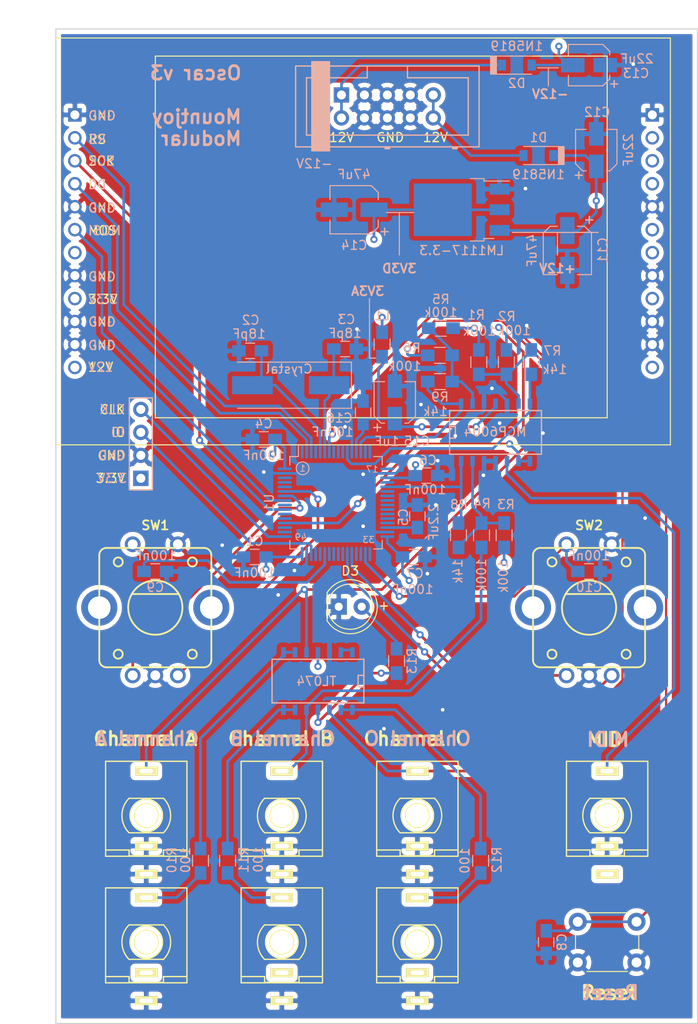
<source format=kicad_pcb>
(kicad_pcb (version 20211014) (generator pcbnew)
  (layers (0 "F.Cu" signal) (1 "In1.Cu" power "GND") (2 "In2.Cu" power "PWR") (31 "B.Cu" signal) (34 "B.Paste" user) (35 "F.Paste" user) (36 "B.SilkS" user "B.Silkscreen") (37 "F.SilkS" user "F.Silkscreen") (38 "B.Mask" user) (39 "F.Mask" user) (44 "Edge.Cuts" user))
  (net 0 "")
  (net 1 "+3V3")
  (net 2 "GND")
  (net 3 "Net-(C2-Pad1)")
  (net 4 "Net-(C3-Pad1)")
  (net 5 "Net-(C5-Pad1)")
  (net 6 "NRST")
  (net 7 "L_ENC_BTN")
  (net 8 "R_ENC_BTN")
  (net 9 "VCC")
  (net 10 "VEE")
  (net 11 "+3.3VA")
  (net 12 "+12V")
  (net 13 "-12V")
  (net 14 "SWCLK")
  (net 15 "SWDIO")
  (net 16 "Net-(J5-Pad2)")
  (net 17 "Net-(J6-Pad2)")
  (net 18 "Net-(J7-Pad2)")
  (net 19 "Net-(J8-Pad1)")
  (net 20 "Net-(R1-Pad1)")
  (net 21 "Net-(R3-Pad1)")
  (net 22 "Net-(R5-Pad1)")
  (net 23 "CH_A_IN")
  (net 24 "CH_B_IN")
  (net 25 "CH_C_IN")
  (net 26 "Net-(R10-Pad2)")
  (net 27 "Net-(R11-Pad2)")
  (net 28 "Net-(R12-Pad2)")
  (net 29 "L_ENC_UP")
  (net 30 "L_ENC_DN")
  (net 31 "R_ENC_DN")
  (net 32 "R_ENC_UP")
  (net 33 "Net-(U1-Pad1)")
  (net 34 "Net-(U1-Pad4)")
  (net 35 "LCD_DC")
  (net 36 "Net-(U1-Pad9)")
  (net 37 "Net-(U1-Pad10)")
  (net 38 "Net-(U1-Pad15)")
  (net 39 "Net-(U1-Pad16)")
  (net 40 "Net-(U1-Pad17)")
  (net 41 "Net-(U1-Pad20)")
  (net 42 "Net-(U1-Pad22)")
  (net 43 "Net-(U1-Pad24)")
  (net 44 "Net-(U1-Pad25)")
  (net 45 "LCD_RESET")
  (net 46 "Net-(U1-Pad27)")
  (net 47 "Net-(U1-Pad28)")
  (net 48 "Net-(U1-Pad29)")
  (net 49 "Net-(U1-Pad33)")
  (net 50 "Net-(U1-Pad35)")
  (net 51 "Net-(U1-Pad39)")
  (net 52 "Net-(U1-Pad40)")
  (net 53 "Net-(U1-Pad41)")
  (net 54 "Net-(U1-Pad42)")
  (net 55 "Net-(U1-Pad44)")
  (net 56 "Net-(U1-Pad50)")
  (net 57 "Net-(U1-Pad51)")
  (net 58 "MIDI_OUT")
  (net 59 "Net-(U1-Pad53)")
  (net 60 "Net-(U1-Pad54)")
  (net 61 "LCD_SCK")
  (net 62 "LCD_MOSI")
  (net 63 "Net-(U1-Pad60)")
  (net 64 "Net-(U1-Pad61)")
  (net 65 "Net-(U1-Pad62)")
  (net 66 "Net-(U2-Pad14)")
  (net 67 "Net-(U2-Pad12)")
  (net 68 "Net-(U1-Pad23)")
  (net 69 "Net-(U1-Pad56)")
  (net 70 "Net-(U1-Pad8)")
  (net 71 "Net-(U1-Pad26)")
  (net 72 "Net-(U4-Pad13)")
  (net 73 "/CHA_In")
  (net 74 "/CHB_In")
  (net 75 "/CHC_In")
  (net 76 "/CHA_Out")
  (net 77 "/CHB_Out")
  (net 78 "/CHC_Out")
  (net 79 "/MIDI_In")
  (net 80 "Net-(U1-Pad45)")
  (net 81 "Net-(U1-Pad36)")
  (net 82 "Net-(U2-Pad7)")
  (net 83 "Net-(U2-Pad19)")
  (net 84 "Net-(U2-Pad18)")
  (net 85 "Net-(U2-Pad16)")
  (net 86 "Net-(U2-Pad15)")
  (net 87 "Net-(U2-Pad21)")
  (net 88 "Net-(D3-Pad2)")
  (footprint "Custom_Footprints:THONKICONN_hole" (layer "F.Cu") (at 135 137)
    (fp_text reference "J2" hide)
    (fp_text value "ChannelA_In" hide)
  )
  (footprint "Custom_Footprints:THONKICONN_hole" (layer "F.Cu") (at 150 137)
    (fp_text reference "J3" hide)
    (fp_text value "ChannelB_In" hide)
  )
  (footprint "Custom_Footprints:THONKICONN_hole" (layer "F.Cu") (at 135 151)
    (fp_text reference "J5" hide)
    (fp_text value "ChA_Buff_Out" hide)
  )
  (footprint "Custom_Footprints:THONKICONN_hole" (layer "F.Cu") (at 150 151)
    (fp_text reference "J6" hide)
    (fp_text value "ChB_Buff_Out" hide)
  )
  (footprint "Custom_Footprints:THONKICONN_hole" (layer "F.Cu") (at 165 151)
    (fp_text reference "J7" hide)
    (fp_text value "ChC_Buff_Out" hide)
  )
  (footprint "Custom_Footprints:Encoder" (layer "F.Cu") (at 184 114)
    (fp_text reference "SW2")
    (fp_text value "Right_Encoder" hide)
  )
  (footprint "Custom_Footprints:Encoder" (layer "F.Cu") (at 136 114)
    (fp_text reference "SW1")
    (fp_text value "Left_Encoder" hide)
  )
  (footprint "Custom_Footprints:ILI9341_SPI_daughterboard" (layer "F.Cu") (at 127.1 59.5)
    (fp_text reference "U2" hide)
    (fp_text value "ILI9341_SPI_Daughterboard" hide)
  )
  (footprint "Custom_Footprints:THONKICONN_hole" (layer "F.Cu") (at 165 137)
    (fp_text reference "J4" hide)
    (fp_text value "ChannelC_In" hide)
  )
  (footprint "Custom_Footprints:THONKICONN_hole" (layer "F.Cu") (at 186 137)
    (fp_text reference "J8" hide)
    (fp_text value "MIDI_In" hide)
  )
  (footprint "Buttons_Switches_THT:SW_PUSH_6mm" (layer "F.Cu") (at 182.75 148.75)
    (fp_text reference "SW3" hide)
    (fp_text value "SW_Push")
  )
  (footprint "LEDs:LED_D5.0mm" (layer "F.Cu") (at 156.3 113.9)
    (fp_text reference "D3")
    (fp_text value "LED")
  )
  (footprint "Capacitors_SMD:C_0805_HandSoldering" (layer "B.Cu") (at 147 108.4 180)
    (fp_text reference "C1")
    (fp_text value "100nF")
  )
  (footprint "Capacitors_SMD:C_0805_HandSoldering" (layer "B.Cu") (at 146.5 85.6 180)
    (fp_text reference "C2")
    (fp_text value "18pF")
  )
  (footprint "Capacitors_SMD:C_0805_HandSoldering" (layer "B.Cu") (at 165 103.9 90)
    (fp_text reference "C5")
    (fp_text value "2.2uF")
  )
  (footprint "Capacitors_SMD:C_0805_HandSoldering" (layer "B.Cu") (at 166 99.4)
    (fp_text reference "C6")
    (fp_text value "100nF")
  )
  (footprint "Capacitors_SMD:C_0805_HandSoldering" (layer "B.Cu") (at 164.6 108.4)
    (fp_text reference "C7")
    (fp_text value "100nF")
  )
  (footprint "Capacitors_SMD:C_0805_HandSoldering" (layer "B.Cu") (at 136 110)
    (fp_text reference "C9")
    (fp_text value "100nF")
  )
  (footprint "Capacitors_SMD:C_0805_HandSoldering" (layer "B.Cu") (at 184 110)
    (fp_text reference "C10")
    (fp_text value "100nF")
  )
  (footprint "Capacitors_SMD:CP_Elec_5x5.8" (layer "B.Cu") (at 181.6 74.5 -90)
    (fp_text reference "C11")
    (fp_text value "47uF")
  )
  (footprint "Capacitors_SMD:CP_Elec_4x5.8" (layer "B.Cu") (at 184.8 63.4 90)
    (fp_text reference "C12")
    (fp_text value "22uF")
  )
  (footprint "Capacitors_SMD:CP_Elec_5x5.8" (layer "B.Cu") (at 158 70 180)
    (fp_text reference "C14")
    (fp_text value "47uF")
  )
  (footprint "Capacitors_SMD:C_0805_HandSoldering" (layer "B.Cu") (at 159 92.4 90)
    (fp_text reference "C16")
    (fp_text value "100nF")
  )
  (footprint "Diodes_SMD:D_SOD-123" (layer "B.Cu") (at 178.4 64 180)
    (fp_text reference "D1")
    (fp_text value "1N5819")
  )
  (footprint "Resistors_SMD:R_0805_HandSoldering" (layer "B.Cu") (at 171.8 86.85 90)
    (fp_text reference "R1")
    (fp_text value "100k")
  )
  (footprint "Resistors_SMD:R_0805_HandSoldering" (layer "B.Cu") (at 174.85 86.85 90)
    (fp_text reference "R2")
    (fp_text value "100k")
  )
  (footprint "Resistors_SMD:R_0805_HandSoldering" (layer "B.Cu") (at 174.6 106 -90)
    (fp_text reference "R3")
    (fp_text value "100k")
  )
  (footprint "Resistors_SMD:R_0805_HandSoldering" (layer "B.Cu") (at 172.1 106 -90)
    (fp_text reference "R4")
    (fp_text value "100k")
  )
  (footprint "Resistors_SMD:R_0805_HandSoldering" (layer "B.Cu") (at 167.6 83.1)
    (fp_text reference "R5")
    (fp_text value "100k")
  )
  (footprint "Resistors_SMD:R_0805_HandSoldering" (layer "B.Cu") (at 167.5 86.1 180)
    (fp_text reference "R6")
    (fp_text value "100k")
  )
  (footprint "Resistors_SMD:R_0805_HandSoldering" (layer "B.Cu") (at 169.55 106 -90)
    (fp_text reference "R8")
    (fp_text value "14k")
  )
  (footprint "Resistors_SMD:R_0805_HandSoldering" (layer "B.Cu") (at 167.5 89)
    (fp_text reference "R9")
    (fp_text value "14k")
  )
  (footprint "Resistors_SMD:R_0805_HandSoldering" (layer "B.Cu") (at 141 142 90)
    (fp_text reference "R10")
    (fp_text value "100")
  )
  (footprint "Resistors_SMD:R_0805_HandSoldering" (layer "B.Cu") (at 172 142 90)
    (fp_text reference "R12")
    (fp_text value "100")
  )
  (footprint "Package_QFP:LQFP-64_10x10mm_P0.5mm" (layer "B.Cu") (at 156 102.4 -90)
    (fp_text reference "U1")
    (fp_text value "STM32F446RETx")
  )
  (footprint "SMD_Packages:SOIC-14_N" (layer "B.Cu") (at 173.65 94.75)
    (fp_text reference "U3" hide)
    (fp_text value "MCP6004")
  )
  (footprint "SMD_Packages:SOIC-14_N" (layer "B.Cu") (at 154 122 180)
    (fp_text reference "U4" hide)
    (fp_text value "TL074")
  )
  (footprint "TO_SOT_Packages_SMD:TO-252-3_TabPin2" (layer "B.Cu") (at 169.9 70 180)
    (fp_text reference "U5" hide)
    (fp_text value "LM1117-3.3")
  )
  (footprint "Custom_Footprints:Crystal_SMD" (layer "B.Cu") (at 151 89.4 180)
    (fp_text reference "Y1" hide)
    (fp_text value "Crystal")
  )
  (footprint "Custom_Footprints:SWD_header" (layer "B.Cu") (at 134.4 99.7 90)
    (fp_text reference "J1" hide)
    (fp_text value "SWD_Header")
  )
  (footprint "Capacitors_SMD:CP_Elec_4x5.8" (layer "B.Cu") (at 162.5 91.3 90)
    (fp_text reference "C15")
    (fp_text value "1uF")
  )
  (footprint "Resistors_SMD:R_0805_HandSoldering" (layer "B.Cu") (at 161.1 84.9 90)
    (fp_text reference "L1")
    (fp_text value "L")
  )
  (footprint "Resistors_SMD:R_0805_HandSoldering" (layer "B.Cu") (at 177.6 86.85 90)
    (fp_text reference "R7")
    (fp_text value "14k")
  )
  (footprint "Diodes_SMD:D_SOD-123" (layer "B.Cu") (at 176 54)
    (fp_text reference "D2")
    (fp_text value "1N5819")
  )
  (footprint "Capacitors_SMD:CP_Elec_4x5.8" (layer "B.Cu") (at 184 54 180)
    (fp_text reference "C13")
    (fp_text value "22uF")
  )
  (footprint "Resistors_SMD:R_0805_HandSoldering" (layer "B.Cu") (at 144 142 90)
    (fp_text reference "R11")
    (fp_text value "100")
  )
  (footprint "Capacitors_SMD:C_0805_HandSoldering" (layer "B.Cu") (at 148 95.4 180)
    (fp_text reference "C4")
    (fp_text value "100nF")
  )
  (footprint "Capacitors_SMD:C_0805_HandSoldering" (layer "B.Cu") (at 157 85.4)
    (fp_text reference "C3")
    (fp_text value "18pF")
  )
  (footprint "Custom_Footprints:Eurorack_10_pin_header" (layer "B.Cu") (at 156.6 57.3)
    (fp_text reference "J9" hide)
    (fp_text value "Eurorack_10_pin_power")
  )
  (footprint "Capacitors_SMD:C_0805_HandSoldering" (layer "B.Cu") (at 179.25 151 90)
    (fp_text reference "C8")
    (fp_text value "100nF")
  )
  (footprint "Resistors_SMD:R_0805_HandSoldering" (layer "B.Cu") (at 162.7 119.9 90)
    (fp_text reference "R13")
    (fp_text value "680")
  )
  (gr_poly (pts (xy 181.25 63) (xy 181.25 65) (xy 180.6 65) (xy 180.6 63) (xy 181.2 63)) (layer "B.SilkS") (width 0.1) (fill solid))
  (gr_line (start 179.5 56.3) (end 179.5 54.3) (layer "B.SilkS") (width 0.12))
  (gr_line (start 159.7 79.8) (end 159.7 86.4) (layer "B.SilkS") (width 0.12))
  (gr_line (start 164.6 70.3) (end 161.6 70.3) (layer "B.SilkS") (width 0.12))
  (gr_line (start 180.5 75) (end 180.5 72.5) (layer "B.SilkS") (width 0.12))
  (gr_line (start 159.7 86.4) (end 160.4 86.4) (layer "B.SilkS") (width 0.12))
  (gr_line (start 180.6 54.3) (end 178.3 54.3) (layer "B.SilkS") (width 0.12))
  (gr_circle (center 152.3 98.592894) (end 151.8 99.092894) (layer "B.SilkS") (width 0.12) (fill none))
  (gr_line (start 180.5 72.5) (end 185 72.5) (layer "B.SilkS") (width 0.12))
  (gr_poly (pts (xy 173.75 53) (xy 173.75 55) (xy 173.1 55) (xy 173.1 53) (xy 173.85 53)) (layer "B.SilkS") (width 0.1) (fill solid))
  (gr_line (start 185 72.5) (end 175.5 72.5) (layer "B.SilkS") (width 0.12))
  (gr_line (start 163 75) (end 163 70.3) (layer "B.SilkS") (width 0.12))
  (gr_line (start 125 50) (end 196 50) (layer "Edge.Cuts") (width 0.12))
  (gr_line (start 196 50) (end 196 160) (layer "Edge.Cuts") (width 0.12))
  (gr_line (start 125 160) (end 196 160) (layer "Edge.Cuts") (width 0.12))
  (gr_line (start 125 50) (end 125 160) (layer "Edge.Cuts") (width 0.12))
  (gr_text "Channel B" (at 150.1 128.5) (layer "B.SilkS") (effects (font (size 1.5 1.5) (thickness 0.3)) (justify mirror)))
  (gr_text "MIDI" (at 186.1 128.6) (layer "B.SilkS") (effects (font (size 1.5 1.5) (thickness 0.3)) (justify mirror)))
  (gr_text "Channel A" (at 135.1 128.5) (layer "B.SilkS") (effects (font (size 1.5 1.5) (thickness 0.3)) (justify mirror)))
  (gr_text "Channel C" (at 165.1 128.5) (layer "B.SilkS") (effects (font (size 1.5 1.5) (thickness 0.3)) (justify mirror)))
  (gr_text "+12V" (at 180.5 76.5) (layer "B.SilkS") (effects (font (size 1 1) (thickness 0.2)) (justify mirror)))
  (gr_text "-12V" (at 179.7 57.2) (layer "B.SilkS") (effects (font (size 1 1) (thickness 0.2)) (justify mirror)))
  (gr_text "3V3A" (at 159.5 79) (layer "B.SilkS") (effects (font (size 1 1) (thickness 0.2)) (justify mirror)))
  (gr_text "RS" (at 129.552381 62.2) (layer "B.SilkS") (effects (font (size 1 1)) (justify mirror)))
  (gr_text "GND" (at 130.1 77.4) (layer "B.SilkS") (effects (font (size 1 1)) (justify mirror)))
  (gr_text "MOSI" (at 130.385715 72.3) (layer "B.SilkS") (effects (font (size 1 1)) (justify mirror)))
  (gr_text "12V" (at 129.957143 87.4) (layer "B.SilkS") (effects (font (size 1 1)) (justify mirror)))
  (gr_text "GND" (at 130.1 82.4) (layer "B.SilkS") (effects (font (size 1 1)) (justify mirror)))
  (gr_text "GND" (at 130.1 59.6) (layer "B.SilkS") (effects (font (size 1 1)) (justify mirror)))
  (gr_text "GND" (at 130.1 69.8) (layer "B.SilkS") (effects (font (size 1 1)) (justify mirror)))
  (gr_text "SCK" (at 130.052381 64.6) (layer "B.SilkS") (effects (font (size 1 1)) (justify mirror)))
  (gr_text "GND" (at 130.1 85) (layer "B.SilkS") (effects (font (size 1 1)) (justify mirror)))
  (gr_text "DC" (at 129.576191 67.2) (layer "B.SilkS") (effects (font (size 1 1)) (justify mirror)))
  (gr_text "3.3V" (at 130.195238 79.9) (layer "B.SilkS") (effects (font (size 1 1)) (justify mirror)))
  (gr_text "17" (at 160 98.7) (layer "B.SilkS") (effects (font (size 0.7 0.7) (thickness 0.1)) (justify mirror)))
  (gr_text "33" (at 159.6 106.5) (layer "B.SilkS") (effects (font (size 0.7 0.7) (thickness 0.1)) (justify mirror)))
  (gr_text "49" (at 152.1 106.2) (layer "B.SilkS") (effects (font (size 0.7 0.7) (thickness 0.1)) (justify mirror)))
  (gr_text "Reset" (at 186.4 156.6) (layer "B.SilkS") (effects (font (size 1.5 1.5) (thickness 0.3)) (justify mirror)))
  (gr_text "Oscar v3\n\nMountjoy\nModular" (at 145.7 58.5) (layer "B.SilkS") (effects (font (size 1.5 1.5) (thickness 0.3)) (justify left mirror)))
  (gr_text "1" (at 152.3 98.6) (layer "B.SilkS") (effects (font (size 0.7 0.7) (thickness 0.1)) (justify mirror)))
  (gr_text "3V3D" (at 163 76.5) (layer "B.SilkS") (effects (font (size 1 1) (thickness 0.2)) (justify mirror)))
  (gr_text "Channel B" (at 149.9 128.5) (layer "F.SilkS") (effects (font (size 1.5 1.5) (thickness 0.3))))
  (gr_text "Channel C" (at 164.9 128.5) (layer "F.SilkS") (effects (font (size 1.5 1.5) (thickness 0.3))))
  (gr_text "MIDI" (at 186.1 128.6) (layer "F.SilkS") (effects (font (size 1.5 1.5) (thickness 0.3))))
  (gr_text "3.3V" (at 130.195238 79.9) (layer "F.SilkS") (effects (font (size 1 1))))
  (gr_text "GND" (at 130.1 82.4) (layer "F.SilkS") (effects (font (size 1 1))))
  (gr_text "GND" (at 130.1 85) (layer "F.SilkS") (effects (font (size 1 1))))
  (gr_text "12V" (at 129.957143 87.4) (layer "F.SilkS") (effects (font (size 1 1))))
  (gr_text "GND" (at 130.1 59.6) (layer "F.SilkS") (effects (font (size 1 1))))
  (gr_text "SCK" (at 130.052381 64.6) (layer "F.SilkS") (effects (font (size 1 1))))
  (gr_text "DC" (at 129.576191 67.2) (layer "F.SilkS") (effects (font (size 1 1))))
  (gr_text "MOSI" (at 130.385715 72.3) (layer "F.SilkS") (effects (font (size 1 1))))
  (gr_text "GND" (at 130.1 69.8) (layer "F.SilkS") (effects (font (size 1 1))))
  (gr_text "GND" (at 130.1 77.4) (layer "F.SilkS") (effects (font (size 1 1))))
  (gr_text "Reset" (at 186.2 156.6) (layer "F.SilkS") (effects (font (size 1.5 1.5) (thickness 0.3))))
  (gr_text "3.3V" (at 131.042857 99.7) (layer "F.SilkS") (effects (font (size 1 1))))
  (gr_text "GND" (at 131.138095 97.2) (layer "F.SilkS") (effects (font (size 1 1))))
  (gr_text "IO" (at 131.9 94.6) (layer "F.SilkS") (effects (font (size 1 1))))
  (gr_text "CLK" (at 131.257143 92.1) (layer "F.SilkS") (effects (font (size 1 1))))
  (gr_text "12V" (at 167 62) (layer "F.SilkS") (effects (font (size 1 1))))
  (gr_text "-12V" (at 156 62) (layer "F.SilkS") (effects (font (size 1 1))))
  (gr_text "GND" (at 162 62) (layer "F.SilkS") (effects (font (size 1 1))))
  (gr_text "RS" (at 129.6 62.2) (layer "F.SilkS") (effects (font (size 1 1))))
  (gr_text "+" (at 161.3 113.75) (layer "F.SilkS") (effects (font (size 1 1))))
  (gr_text "Channel A" (at 134.9 128.5) (layer "F.SilkS") (effects (font (size 1.5 1.5) (thickness 0.3))))
  (via (at 160.2 73.28) (size 0.8) (drill 0.4) (layers "F.Cu" "B.Cu") (net 1))
  (via (at 149 97) (size 0.8) (drill 0.4) (layers "F.Cu" "B.Cu") (net 1))
  (via (at 164.8 98.2) (size 0.8) (drill 0.4) (layers "F.Cu" "B.Cu") (net 1))
  (via (at 148.25 109.75) (size 0.8) (drill 0.4) (layers "F.Cu" "B.Cu") (net 1))
  (via (at 164.1 111) (size 0.8) (drill 0.4) (layers "F.Cu" "B.Cu") (net 1))
  (via (at 161.1 81.9) (size 0.8) (drill 0.4) (layers "F.Cu" "B.Cu") (net 1))
  (segment (start 161.1 81.9) (end 161.1 81.9) (width 0.3) (layer "B.Cu") (net 1))
  (segment (start 148.25 109.75) (end 148.25 109.75) (width 0.3) (layer "B.Cu") (net 1))
  (segment (start 163.225 108.4) (end 163.35 108.4) (width 0.3) (layer "B.Cu") (net 1))
  (segment (start 164.75 98.25) (end 164.8 98.2) (width 0.3) (layer "B.Cu") (net 1))
  (segment (start 164.75 99.4) (end 164.75 98.25) (width 0.3) (layer "B.Cu") (net 1))
  (segment (start 161.675 106.85) (end 163.225 108.4) (width 0.3) (layer "B.Cu") (net 1))
  (segment (start 149.25 96.75) (end 149 97) (width 0.3) (layer "B.Cu") (net 1))
  (segment (start 162.1 70) (end 167.8 70) (width 0.3) (layer "B.Cu") (net 1))
  (segment (start 161.675 99.65) (end 164.5 99.65) (width 0.3) (layer "B.Cu") (net 1))
  (segment (start 163.35 108.4) (end 163.35 110.25) (width 0.3) (layer "B.Cu") (net 1))
  (segment (start 161.1 83.55) (end 161.1 81.9) (width 0.3) (layer "B.Cu") (net 1))
  (segment (start 161.675 106.15) (end 161.675 106.85) (width 0.3) (layer "B.Cu") (net 1))
  (segment (start 149.375 95.4) (end 149.25 95.4) (width 0.3) (layer "B.Cu") (net 1))
  (segment (start 150.325 98.65) (end 150.325 96.35) (width 0.3) (layer "B.Cu") (net 1))
  (segment (start 174.1 70) (end 167.8 70) (width 0.3) (layer "B.Cu") (net 1))
  (segment (start 160.2 70) (end 162.1 70) (width 0.3) (layer "B.Cu") (net 1))
  (segment (start 160.2 70) (end 160.2 73.28) (width 0.3) (layer "B.Cu") (net 1))
  (segment (start 164.5 99.65) (end 164.75 99.4) (width 0.3) (layer "B.Cu") (net 1))
  (segment (start 163.35 110.25) (end 164.1 111) (width 0.3) (layer "B.Cu") (net 1))
  (segment (start 148.25 108.4) (end 151.925 108.4) (width 0.3) (layer "B.Cu") (net 1))
  (segment (start 151.925 108.4) (end 152.25 108.075) (width 0.3) (layer "B.Cu") (net 1))
  (segment (start 149.25 95.4) (end 149.25 96.75) (width 0.3) (layer "B.Cu") (net 1))
  (segment (start 148.25 108.4) (end 148.25 109.75) (width 0.3) (layer "B.Cu") (net 1))
  (segment (start 150.325 96.35) (end 149.375 95.4) (width 0.3) (layer "B.Cu") (net 1))
  (via (at 151.4 109.9) (size 0.8) (drill 0.4) (layers "F.Cu" "B.Cu") (net 2))
  (via (at 190.2 104.1) (size 0.8) (drill 0.4) (layers "F.Cu" "B.Cu") (net 2))
  (via (at 161.3 127.4) (size 0.8) (drill 0.4) (layers "F.Cu" "B.Cu") (net 2))
  (via (at 149.6 112.6) (size 0.8) (drill 0.4) (layers "F.Cu" "B.Cu") (net 2))
  (via (at 143.4 107.1) (size 0.8) (drill 0.4) (layers "F.Cu" "B.Cu") (net 2))
  (via (at 157 94) (size 0.8) (drill 0.4) (layers "F.Cu" "B.Cu") (net 2))
  (via (at 159 105) (size 0.8) (drill 0.4) (layers "F.Cu" "B.Cu") (net 2))
  (via (at 169.2 95) (size 0.8) (drill 0.4) (layers "F.Cu" "B.Cu") (net 2))
  (via (at 167.8 125.3) (size 0.8) (drill 0.4) (layers "F.Cu" "B.Cu") (net 2))
  (via (at 165.4 91.53) (size 0.8) (drill 0.4) (layers "F.Cu" "B.Cu") (net 2))
  (via (at 174.1 93.6) (size 0.8) (drill 0.4) (layers "F.Cu" "B.Cu") (net 2))
  (via (at 167.25 97.75) (size 0.8) (drill 0.4) (layers "F.Cu" "B.Cu") (net 2))
  (via (at 166.11 110.25) (size 0.8) (drill 0.4) (layers "F.Cu" "B.Cu") (net 2))
  (via (at 176.96 67.65) (size 0.8) (drill 0.4) (layers "F.Cu" "B.Cu") (net 2))
  (via (at 173.25 89.75) (size 0.8) (drill 0.4) (layers "F.Cu" "B.Cu") (net 2))
  (via (at 178.9 94.7) (size 0.8) (drill 0.4) (layers "F.Cu" "B.Cu") (net 2))
  (via (at 159 99.25) (size 0.8) (drill 0.4) (layers "F.Cu" "B.Cu") (net 2))
  (via (at 158.31 83.19) (size 0.8) (drill 0.4) (layers "F.Cu" "B.Cu") (net 2))
  (via (at 148 99) (size 0.8) (drill 0.4) (layers "F.Cu" "B.Cu") (net 2))
  (via (at 177.1 82.8) (size 0.8) (drill 0.4) (layers "F.Cu" "B.Cu") (net 2))
  (via (at 167.04 102.64) (size 0.8) (drill 0.4) (layers "F.Cu" "B.Cu") (net 2))
  (via (at 188.89 53.9) (size 0.8) (drill 0.4) (layers "F.Cu" "B.Cu") (net 2))
  (via (at 172.31 99.36) (size 0.8) (drill 0.4) (layers "F.Cu" "B.Cu") (net 2))
  (segment (start 181.750001 152.250001) (end 182.75 153.25) (width 0.3) (layer "B.Cu") (net 2))
  (segment (start 179.25 152.25) (end 181.750001 152.250001) (width 0.3) (layer "B.Cu") (net 2))
  (segment (start 144.7 108.4) (end 143.4 107.1) (width 0.3) (layer "B.Cu") (net 2))
  (segment (start 162.65 99.15) (end 164.2 97.2) (width 0.3) (layer "B.Cu") (net 2))
  (segment (start 174.92 91.1305) (end 173.5395 89.75) (width 0.3) (layer "B.Cu") (net 2))
  (segment (start 150.325 99.15) (end 148.15 99.15) (width 0.3) (layer "B.Cu") (net 2))
  (segment (start 145.75 108.4) (end 144.7 108.4) (width 0.3) (layer "B.Cu") (net 2))
  (segment (start 161.675 105.65) (end 159.65 105.65) (width 0.3) (layer "B.Cu") (net 2))
  (segment (start 152.75 108.075) (end 152.75 109.05) (width 0.3) (layer "B.Cu") (net 2))
  (segment (start 166.850001 97.2) (end 167.25 97.75) (width 0.3) (layer "B.Cu") (net 2))
  (segment (start 155.27 114.93) (end 156.3 113.9) (width 0.3) (layer "B.Cu") (net 2))
  (segment (start 158.9 99.15) (end 159 99.25) (width 0.3) (layer "B.Cu") (net 2))
  (segment (start 159.1 99.15) (end 159 99.25) (width 0.3) (layer "B.Cu") (net 2))
  (segment (start 174.92 91.448) (end 174.92 91.1305) (width 0.3) (layer "B.Cu") (net 2))
  (segment (start 173.5395 89.75) (end 173.25 89.75) (width 0.3) (layer "B.Cu") (net 2))
  (segment (start 148.15 99.15) (end 148 99) (width 0.3) (layer "B.Cu") (net 2))
  (segment (start 172.1495 92.5) (end 170.6 92.5) (width 0.3) (layer "B.Cu") (net 2))
  (segment (start 157.75 96.725) (end 157.75 94.75) (width 0.3) (layer "B.Cu") (net 2))
  (segment (start 161.675 99.15) (end 159.1 99.15) (width 0.3) (layer "B.Cu") (net 2))
  (segment (start 151.9 109.9) (end 151.4 109.9) (width 0.3) (layer "B.Cu") (net 2))
  (segment (start 172.38 92.2695) (end 172.1495 92.5) (width 0.3) (layer "B.Cu") (net 2))
  (segment (start 150.325 99.15) (end 158.9 99.15) (width 0.3) (layer "B.Cu") (net 2))
  (segment (start 172.38 91.448) (end 172.38 92.2695) (width 0.3) (layer "B.Cu") (net 2))
  (segment (start 161.675 99.15) (end 162.65 99.15) (width 0.3) (layer "B.Cu") (net 2))
  (segment (start 155.27 118.952) (end 155.27 114.93) (width 0.3) (layer "B.Cu") (net 2))
  (segment (start 159.65 105.65) (end 159 105) (width 0.3) (layer "B.Cu") (net 2))
  (segment (start 167.25 99.4) (end 167.25 97.75) (width 0.3) (layer "B.Cu") (net 2))
  (segment (start 164.2 97.2) (end 166.850001 97.2) (width 0.3) (layer "B.Cu") (net 2))
  (segment (start 157.75 94.75) (end 157 94) (width 0.3) (layer "B.Cu") (net 2))
  (segment (start 152.75 109.05) (end 151.9 109.9) (width 0.3) (layer "B.Cu") (net 2))
  (segment (start 147.75 88.4) (end 146.75 89.4) (width 0.3) (layer "B.Cu") (net 3))
  (segment (start 154.25 94.4) (end 154.25 96.725) (width 0.3) (layer "B.Cu") (net 3))
  (segment (start 146.75 89.4) (end 147.8 88.35) (width 0.3) (layer "B.Cu") (net 3))
  (segment (start 149.25 89.4) (end 154.25 94.4) (width 0.3) (layer "B.Cu") (net 3))
  (segment (start 146.75 89.4) (end 149.25 89.4) (width 0.3) (layer "B.Cu") (net 3))
  (segment (start 147.75 85.6) (end 147.75 88.4) (width 0.3) (layer "B.Cu") (net 3))
  (segment (start 155.25 89.4) (end 155.25 90.65) (width 0.3) (layer "B.Cu") (net 4))
  (segment (start 155.75 85.4) (end 155.75 88.9) (width 0.3) (layer "B.Cu") (net 4))
  (segment (start 155.25 90.65) (end 154.75 91.15) (width 0.3) (layer "B.Cu") (net 4))
  (segment (start 155.75 88.9) (end 155.25 89.4) (width 0.3) (layer "B.Cu") (net 4))
  (segment (start 154.75 91.15) (end 154.75 96.725) (width 0.3) (layer "B.Cu") (net 4))
  (segment (start 161.675 105.15) (end 165 105.15) (width 0.3) (layer "B.Cu") (net 5))
  (segment (start 192.525001 145.474999) (end 189.25 148.75) (width 0.3) (layer "F.Cu") (net 6))
  (segment (start 155.6 92.626998) (end 166.402009 81.824989) (width 0.3) (layer "F.Cu") (net 6))
  (segment (start 155.6 94.8) (end 155.6 92.626998) (width 0.3) (layer "F.Cu") (net 6))
  (segment (start 174.534401 81.824989) (end 192.525001 99.815589) (width 0.25) (layer "F.Cu") (net 6))
  (segment (start 166.402009 81.824989) (end 174.534401 81.824989) (width 0.25) (layer "F.Cu") (net 6))
  (segment (start 192.525001 99.815589) (end 192.525001 145.474999) (width 0.25) (layer "F.Cu") (net 6))
  (via (at 155.6 94.8) (size 0.8) (drill 0.4) (layers "F.Cu" "B.Cu") (net 6))
  (segment (start 182.75 148.75) (end 184.164213 148.75) (width 0.3) (layer "B.Cu") (net 6))
  (segment (start 184.164213 148.75) (end 189.25 148.75) (width 0.3) (layer "B.Cu") (net 6))
  (segment (start 179.25 149.75) (end 181.750001 149.749999) (width 0.3) (layer "B.Cu") (net 6))
  (segment (start 181.750001 149.749999) (end 182.75 148.75) (width 0.3) (layer "B.Cu") (net 6))
  (segment (start 155.25 95.15) (end 155.25 96.725) (width 0.3) (layer "B.Cu") (net 6))
  (segment (start 155.6 94.8) (end 155.25 95.15) (width 0.3) (layer "B.Cu") (net 6))
  (segment (start 154.75 108.075) (end 154.75 109.25) (width 0.3) (layer "B.Cu") (net 7))
  (segment (start 135.3 108.8) (end 135.075 108.8) (width 0.3) (layer "B.Cu") (net 7))
  (segment (start 135.075 108.8) (end 134.75 109.125) (width 0.3) (layer "B.Cu") (net 7))
  (segment (start 133.5 107) (end 135.3 108.8) (width 0.3) (layer "B.Cu") (net 7))
  (segment (start 144.2 111.2) (end 152.8 111.2) (width 0.3) (layer "B.Cu") (net 7))
  (segment (start 134.75 108.25) (end 133.5 107) (width 0.3) (layer "B.Cu") (net 7))
  (segment (start 134.75 109.125) (end 134.75 110) (width 0.3) (layer "B.Cu") (net 7))
  (segment (start 154.75 109.25) (end 152.8 111.2) (width 0.3) (layer "B.Cu") (net 7))
  (segment (start 135.3 108.8) (end 141.8 108.8) (width 0.3) (layer "B.Cu") (net 7))
  (segment (start 141.8 108.8) (end 144.2 111.2) (width 0.3) (layer "B.Cu") (net 7))
  (segment (start 175.75 112.75) (end 181.5 107) (width 0.25) (layer "F.Cu") (net 8))
  (segment (start 163 112.75) (end 175.75 112.75) (width 0.3) (layer "F.Cu") (net 8))
  (via (at 163 112.75) (size 0.8) (drill 0.4) (layers "F.Cu" "B.Cu") (net 8))
  (segment (start 182.625 110) (end 182.75 110) (width 0.3) (layer "B.Cu") (net 8))
  (segment (start 159.25 109) (end 163 112.75) (width 0.3) (layer "B.Cu") (net 8))
  (segment (start 181.5 107) (end 181.5 108.875) (width 0.3) (layer "B.Cu") (net 8))
  (segment (start 159.25 108.075) (end 159.25 109) (width 0.3) (layer "B.Cu") (net 8))
  (segment (start 181.5 108.875) (end 182.625 110) (width 0.3) (layer "B.Cu") (net 8))
  (segment (start 159.45 121.25) (end 154 126.7) (width 0.3) (layer "F.Cu") (net 9))
  (segment (start 161 121.25) (end 159.45 121.25) (width 0.3) (layer "F.Cu") (net 9))
  (via (at 184.8 69) (size 0.8) (drill 0.4) (layers "F.Cu" "B.Cu") (net 9))
  (via (at 154 126.7) (size 0.8) (drill 0.4) (layers "F.Cu" "B.Cu") (net 9))
  (via (at 161 121.25) (size 0.8) (drill 0.4) (layers "F.Cu" "B.Cu") (net 9))
  (segment (start 174.1 72.28) (end 181.58 72.28) (width 0.3) (layer "B.Cu") (net 9))
  (segment (start 154 125.302) (end 154 126.7) (width 0.3) (layer "B.Cu") (net 9))
  (segment (start 174.12 72.3) (end 174.1 72.28) (width 0.3) (layer "B.Cu") (net 9))
  (segment (start 182.8 72.3) (end 184.8 70.3) (width 0.3) (layer "B.Cu") (net 9))
  (segment (start 184.8 70.3) (end 184.8 69.565685) (width 0.3) (layer "B.Cu") (net 9))
  (segment (start 184.8 69.565685) (end 184.8 69) (width 0.3) (layer "B.Cu") (net 9))
  (segment (start 183.6 64) (end 184.8 65.2) (width 0.3) (layer "B.Cu") (net 9))
  (segment (start 184.8 69) (end 184.8 65.2) (width 0.3) (layer "B.Cu") (net 9))
  (segment (start 181.58 72.28) (end 181.6 72.3) (width 0.3) (layer "B.Cu") (net 9))
  (segment (start 162.7 121.25) (end 161 121.25) (width 0.3) (layer "B.Cu") (net 9))
  (segment (start 180.05 64) (end 183.6 64) (width 0.3) (layer "B.Cu") (net 9))
  (segment (start 181.6 72.3) (end 182.8 72.3) (width 0.3) (layer "B.Cu") (net 9))
  (via (at 180.66 51.92) (size 0.8) (drill 0.4) (layers "F.Cu" "B.Cu") (net 10))
  (via (at 171.3 83.1) (size 0.8) (drill 0.4) (layers "F.Cu" "B.Cu") (net 10))
  (via (at 154 120.5) (size 0.8) (drill 0.4) (layers "F.Cu" "B.Cu") (net 10))
  (via (at 174.6 109) (size 0.8) (drill 0.4) (layers "F.Cu" "B.Cu") (net 10))
  (segment (start 171.8 85.4) (end 171.8 85.5) (width 0.3) (layer "B.Cu") (net 10))
  (segment (start 174.6 107.35) (end 174.6 109) (width 0.3) (layer "B.Cu") (net 10))
  (segment (start 168.95 83.1) (end 171.3 83.1) (width 0.3) (layer "B.Cu") (net 10))
  (segment (start 171.8 83.6) (end 171.3 83.1) (width 0.3) (layer "B.Cu") (net 10))
  (segment (start 168.95 83.1) (end 168.85 83.1) (width 0.3) (layer "B.Cu") (net 10))
  (segment (start 154 118.952) (end 154 120.5) (width 0.3) (layer "B.Cu") (net 10))
  (segment (start 168.95 83.1) (end 169.5 83.1) (width 0.3) (layer "B.Cu") (net 10))
  (segment (start 180.66 52.96) (end 180.66 51.92) (width 0.3) (layer "B.Cu") (net 10))
  (segment (start 171.8 85.5) (end 171.8 83.6) (width 0.3) (layer "B.Cu") (net 10))
  (segment (start 182.2 54) (end 181.7 54) (width 0.3) (layer "B.Cu") (net 10))
  (segment (start 181.7 54) (end 180.66 52.96) (width 0.3) (layer "B.Cu") (net 10))
  (segment (start 174.6 107.35) (end 174.6 107.45) (width 0.3) (layer "B.Cu") (net 10))
  (segment (start 177.65 54) (end 182.2 54) (width 0.3) (layer "B.Cu") (net 10))
  (segment (start 171.5 94) (end 165.5 94) (width 0.3) (layer "F.Cu") (net 11))
  (via (at 171.5 94) (size 0.8) (drill 0.4) (layers "F.Cu" "B.Cu") (net 11))
  (via (at 165.5 94) (size 0.8) (drill 0.4) (layers "F.Cu" "B.Cu") (net 11))
  (segment (start 162.7 94) (end 161.8 93.1) (width 0.3) (layer "B.Cu") (net 11))
  (segment (start 161.8 93.1) (end 160.7 93.1) (width 0.3) (layer "B.Cu") (net 11))
  (segment (start 173.65 91.448) (end 173.65 91.7655) (width 0.3) (layer "B.Cu") (net 11))
  (segment (start 171.5 93.9155) (end 171.5 94) (width 0.3) (layer "B.Cu") (net 11))
  (segment (start 160.7 93.1) (end 159.55 93.1) (width 0.3) (layer "B.Cu") (net 11))
  (segment (start 160.7 87.65) (end 160.7 93.1) (width 0.3) (layer "B.Cu") (net 11))
  (segment (start 159.55 93.1) (end 159 93.65) (width 0.3) (layer "B.Cu") (net 11))
  (segment (start 161.1 86.25) (end 161.1 87.25) (width 0.3) (layer "B.Cu") (net 11))
  (segment (start 161.1 86.25) (end 161.1 86.35) (width 0.3) (layer "B.Cu") (net 11))
  (segment (start 173.65 91.7655) (end 171.5 93.9155) (width 0.3) (layer "B.Cu") (net 11))
  (segment (start 161.1 87.25) (end 160.7 87.65) (width 0.3) (layer "B.Cu") (net 11))
  (segment (start 165.5 94) (end 162.7 94) (width 0.3) (layer "B.Cu") (net 11))
  (segment (start 158.25 95.4) (end 158.25 96.725) (width 0.3) (layer "B.Cu") (net 11))
  (segment (start 159 93.65) (end 159 94.65) (width 0.3) (layer "B.Cu") (net 11))
  (segment (start 159 94.65) (end 158.25 95.4) (width 0.3) (layer "B.Cu") (net 11))
  (segment (start 166.76 59.84) (end 170.92 64) (width 0.3) (layer "B.Cu") (net 12))
  (segment (start 166.76 57.3) (end 166.76 59.84) (width 0.3) (layer "B.Cu") (net 12))
  (segment (start 170.92 64) (end 176.75 64) (width 0.3) (layer "B.Cu") (net 12))
  (segment (start 158.65 54) (end 173.5 54) (width 0.3) (layer "B.Cu") (net 13))
  (segment (start 156.6 56.05) (end 158.65 54) (width 0.3) (layer "B.Cu") (net 13))
  (segment (start 173.5 54) (end 174.35 54) (width 0.3) (layer "B.Cu") (net 13))
  (segment (start 156.6 59.84) (end 156.6 57.3) (width 0.3) (layer "B.Cu") (net 13))
  (segment (start 156.6 57.3) (end 156.6 56.05) (width 0.3) (layer "B.Cu") (net 13))
  (segment (start 148.47 106.15) (end 134.4 92.08) (width 0.3) (layer "B.Cu") (net 14))
  (segment (start 150.325 106.15) (end 148.47 106.15) (width 0.3) (layer "B.Cu") (net 14))
  (segment (start 153.25 107.2) (end 153.25 108.075) (width 0.3) (layer "B.Cu") (net 15))
  (segment (start 134.4 94.62) (end 146.6 106.9) (width 0.3) (layer "B.Cu") (net 15))
  (segment (start 153 106.9) (end 153.25 107.2) (width 0.3) (layer "B.Cu") (net 15))
  (segment (start 146.6 106.9) (end 153 106.9) (width 0.3) (layer "B.Cu") (net 15))
  (segment (start 174.85 88.2) (end 174.85 89.2) (width 0.3) (layer "B.Cu") (net 20))
  (segment (start 176.19 90.54) (end 176.19 91.448) (width 0.3) (layer "B.Cu") (net 20))
  (segment (start 171.8 88.2) (end 174.85 88.2) (width 0.3) (layer "B.Cu") (net 20))
  (segment (start 177.6 85.5) (end 177.6 85.6) (width 0.3) (layer "B.Cu") (net 20))
  (segment (start 174.85 89.2) (end 176.19 90.54) (width 0.3) (layer "B.Cu") (net 20))
  (segment (start 175 88.2) (end 174.85 88.2) (width 0.3) (layer "B.Cu") (net 20))
  (segment (start 177.6 85.6) (end 175 88.2) (width 0.3) (layer "B.Cu") (net 20))
  (segment (start 172.1 104.7) (end 172.1 104.65) (width 0.3) (layer "B.Cu") (net 21))
  (segment (start 169.55 107.35) (end 169.55 107.25) (width 0.3) (layer "B.Cu") (net 21))
  (segment (start 172.05 104.75) (end 172.05 104.85) (width 0.3) (layer "B.Cu") (net 21))
  (segment (start 171.11 102.81) (end 171.11 97.798) (width 0.3) (layer "B.Cu") (net 21))
  (segment (start 174.6 104.65) (end 172.15 104.65) (width 0.3) (layer "B.Cu") (net 21))
  (segment (start 172.05 104.75) (end 172.05 103.75) (width 0.3) (layer "B.Cu") (net 21))
  (segment (start 172.05 103.75) (end 171.11 102.81) (width 0.3) (layer "B.Cu") (net 21))
  (segment (start 169.55 107.25) (end 172.1 104.7) (width 0.3) (layer "B.Cu") (net 21))
  (segment (start 172.15 104.65) (end 172.05 104.75) (width 0.3) (layer "B.Cu") (net 21))
  (segment (start 168.85 86.1) (end 168.85 89) (width 0.3) (layer "B.Cu") (net 22))
  (segment (start 168.85 89) (end 169.85 89) (width 0.3) (layer "B.Cu") (net 22))
  (segment (start 169.85 89) (end 171.11 90.26) (width 0.3) (layer "B.Cu") (net 22))
  (segment (start 171.11 90.26) (end 171.11 91.448) (width 0.3) (layer "B.Cu") (net 22))
  (segment (start 168.75 89) (end 168.85 89) (width 0.3) (layer "B.Cu") (net 22))
  (segment (start 168.85 88.7) (end 168.85 89) (width 0.3) (layer "B.Cu") (net 22))
  (segment (start 166.15 83.2) (end 166.25 83.1) (width 0.3) (layer "B.Cu") (net 22))
  (segment (start 168.85 85.6) (end 168.85 86.1) (width 0.3) (layer "B.Cu") (net 22))
  (segment (start 166.35 83.1) (end 168.85 85.6) (width 0.3) (layer "B.Cu") (net 22))
  (segment (start 166.25 83.1) (end 166.35 83.1) (width 0.3) (layer "B.Cu") (net 22))
  (segment (start 177.46 92.3195) (end 173.3795 96.4) (width 0.3) (layer "B.Cu") (net 23))
  (segment (start 177.46 88.34) (end 177.6 88.2) (width 0.3) (layer "B.Cu") (net 23))
  (segment (start 177.46 91.448) (end 177.46 92.3195) (width 0.3) (layer "B.Cu") (net 23))
  (segment (start 157.7 98.1) (end 157.25 97.6) (width 0.3) (layer "B.Cu") (net 23))
  (segment (start 173.3795 96.4) (end 162 96.4) (width 0.3) (layer "B.Cu") (net 23))
  (segment (start 177.6 91.308) (end 177.46 91.448) (width 0.3) (layer "B.Cu") (net 23))
  (segment (start 162 96.4) (end 160.3 98.1) (width 0.3) (layer "B.Cu") (net 23))
  (segment (start 160.3 98.1) (end 157.7 98.1) (width 0.3) (layer "B.Cu") (net 23))
  (segment (start 177.46 91.448) (end 177.46 88.34) (width 0.3) (layer "B.Cu") (net 23))
  (segment (start 157.25 97.6) (end 157.25 96.725) (width 0.3) (layer "B.Cu") (net 23))
  (segment (start 161.675 100.65) (end 169.8 100.65) (width 0.3) (layer "B.Cu") (net 24))
  (segment (start 169.84 97.798) (end 169.84 104.36) (width 0.3) (layer "B.Cu") (net 24))
  (segment (start 169.84 104.36) (end 169.55 104.65) (width 0.3) (layer "B.Cu") (net 24))
  (segment (start 167.698 91.448) (end 166.15 89.9) (width 0.3) (layer "B.Cu") (net 25))
  (segment (start 169.84 91.448) (end 167.698 91.448) (width 0.3) (layer "B.Cu") (net 25))
  (segment (start 166.15 89.9) (end 166.15 89) (width 0.3) (layer "B.Cu") (net 25))
  (segment (start 158.75 96.725) (end 158.75 95.75) (width 0.3) (layer "B.Cu") (net 25))
  (segment (start 169.84 91.448) (end 169.84 92.2695) (width 0.3) (layer "B.Cu") (net 25))
  (segment (start 169.84 92.2695) (end 166.95475 95.15475) (width 0.3) (layer "B.Cu") (net 25))
  (segment (start 159.34525 95.15475) (end 166.95475 95.15475) (width 0.3) (layer "B.Cu") (net 25))
  (segment (start 158.75 95.75) (end 159.34525 95.15475) (width 0.3) (layer "B.Cu") (net 25))
  (segment (start 151.46 118.952) (end 150.19 118.952) (width 0.3) (layer "B.Cu") (net 26))
  (segment (start 141 128.4595) (end 141 139.65) (width 0.3) (layer "B.Cu") (net 26))
  (segment (start 150.19 118.952) (end 150.19 119.2695) (width 0.3) (layer "B.Cu") (net 26))
  (segment (start 150.19 119.2695) (end 141 128.4595) (width 0.3) (layer "B.Cu") (net 26))
  (segment (start 141 139.65) (end 141 140.65) (width 0.3) (layer "B.Cu") (net 26))
  (segment (start 149.686 125.302) (end 144 130.988) (width 0.3) (layer "B.Cu") (net 27))
  (segment (start 144 139.65) (end 144 140.65) (width 0.3) (layer "B.Cu") (net 27))
  (segment (start 144 130.988) (end 144 139.65) (width 0.3) (layer "B.Cu") (net 27))
  (segment (start 150.19 125.302) (end 149.686 125.302) (width 0.3) (layer "B.Cu") (net 27))
  (segment (start 151.46 125.302) (end 150.19 125.302) (width 0.3) (layer "B.Cu") (net 27))
  (segment (start 156.54 125.302) (end 157.81 125.302) (width 0.3) (layer "B.Cu") (net 28))
  (segment (start 172 139.65) (end 172 140.65) (width 0.3) (layer "B.Cu") (net 28))
  (segment (start 172 134.744998) (end 172 139.65) (width 0.3) (layer "B.Cu") (net 28))
  (segment (start 157.81 125.302) (end 162.557002 125.302) (width 0.3) (layer "B.Cu") (net 28))
  (segment (start 162.557002 125.302) (end 172 134.744998) (width 0.3) (layer "B.Cu") (net 28))
  (segment (start 133.5 119.258998) (end 149.758998 103) (width 0.3) (layer "F.Cu") (net 29))
  (segment (start 133.5 121.5) (end 133.5 119.258998) (width 0.3) (layer "F.Cu") (net 29))
  (segment (start 149.758998 103) (end 152 103) (width 0.3) (layer "F.Cu") (net 29))
  (via (at 152 103) (size 0.8) (drill 0.4) (layers "F.Cu" "B.Cu") (net 29))
  (segment (start 152 102.434315) (end 151.215685 101.65) (width 0.3) (layer "B.Cu") (net 29))
  (segment (start 151.215685 101.65) (end 150.325 101.65) (width 0.3) (layer "B.Cu") (net 29))
  (segment (start 152 103) (end 152 102.434315) (width 0.3) (layer "B.Cu") (net 29))
  (segment (start 154 106) (end 138.5 121.5) (width 0.3) (layer "F.Cu") (net 30))
  (segment (start 154 102) (end 154 106) (width 0.3) (layer "F.Cu") (net 30))
  (via (at 154 102) (size 0.8) (drill 0.4) (layers "F.Cu" "B.Cu") (net 30))
  (segment (start 153.15 101.15) (end 154 102) (width 0.3) (layer "B.Cu") (net 30))
  (segment (start 150.325 101.15) (end 153.15 101.15) (width 0.3) (layer "B.Cu") (net 30))
  (segment (start 165.8 118.9) (end 170.6 123.7) (width 0.3) (layer "F.Cu") (net 31))
  (segment (start 184.3 123.7) (end 186.5 121.5) (width 0.3) (layer "F.Cu") (net 31))
  (segment (start 170.6 123.7) (end 184.3 123.7) (width 0.3) (layer "F.Cu") (net 31))
  (via (at 165.8 118.9) (size 0.8) (drill 0.4) (layers "F.Cu" "B.Cu") (net 31))
  (segment (start 157.25 110.35) (end 165.8 118.9) (width 0.3) (layer "B.Cu") (net 31))
  (segment (start 157.25 108.075) (end 157.25 110.35) (width 0.3) (layer "B.Cu") (net 31))
  (segment (start 165.3 117) (end 169.8 121.5) (width 0.3) (layer "F.Cu") (net 32))
  (segment (start 169.8 121.5) (end 181.5 121.5) (width 0.3) (layer "F.Cu") (net 32))
  (via (at 165.3 117) (size 0.8) (drill 0.4) (layers "F.Cu" "B.Cu") (net 32))
  (segment (start 157.75 109.45) (end 165.3 117) (width 0.3) (layer "B.Cu") (net 32))
  (segment (start 157.75 108.075) (end 157.75 109.45) (width 0.3) (layer "B.Cu") (net 32))
  (segment (start 152.75 95.45) (end 149.80001 92.50001) (width 0.3) (layer "B.Cu") (net 35))
  (segment (start 131.80001 71.82001) (end 127.849999 67.869999) (width 0.3) (layer "B.Cu") (net 35))
  (segment (start 149.80001 92.50001) (end 143.19289 92.50001) (width 0.3) (layer "B.Cu") (net 35))
  (segment (start 143.19289 92.50001) (end 131.80001 81.10713) (width 0.3) (layer "B.Cu") (net 35))
  (segment (start 131.80001 81.10713) (end 131.80001 71.82001) (width 0.3) (layer "B.Cu") (net 35))
  (segment (start 127.849999 67.869999) (end 127.1 67.12) (width 0.3) (layer "B.Cu") (net 35))
  (segment (start 152.75 96.725) (end 152.75 95.45) (width 0.3) (layer "B.Cu") (net 35))
  (segment (start 127.849999 62.789999) (end 127.1 62.04) (width 0.3) (layer "B.Cu") (net 45))
  (segment (start 149.70712 91.7) (end 143.7 91.7) (width 0.3) (layer "B.Cu") (net 45))
  (segment (start 153.25 95.24288) (end 149.70712 91.7) (width 0.3) (layer "B.Cu") (net 45))
  (segment (start 132.5 67.5) (end 127.849999 62.789999) (width 0.3) (layer "B.Cu") (net 45))
  (segment (start 153.25 96.725) (end 153.25 95.24288) (width 0.3) (layer "B.Cu") (net 45))
  (segment (start 132.5 80.5) (end 132.5 67.5) (width 0.3) (layer "B.Cu") (net 45))
  (segment (start 143.7 91.7) (end 132.5 80.5) (width 0.3) (layer "B.Cu") (net 45))
  (segment (start 158.4 102.5) (end 165 95.9) (width 0.3) (layer "F.Cu") (net 58))
  (segment (start 165 95.9) (end 175.2 95.9) (width 0.3) (layer "F.Cu") (net 58))
  (via (at 158.4 102.5) (size 0.8) (drill 0.4) (layers "F.Cu" "B.Cu") (net 58))
  (via (at 175.2 95.9) (size 0.8) (drill 0.4) (layers "F.Cu" "B.Cu") (net 58))
  (segment (start 156.25 104.65) (end 158.4 102.5) (width 0.3) (layer "B.Cu") (net 58))
  (segment (start 150.325 104.65) (end 156.25 104.65) (width 0.3) (layer "B.Cu") (net 58))
  (segment (start 176.19 96.89) (end 176.19 97.798) (width 0.3) (layer "B.Cu") (net 58))
  (segment (start 177.46 97.798) (end 176.19 97.798) (width 0.3) (layer "B.Cu") (net 58))
  (segment (start 175.2 95.9) (end 176.19 96.89) (width 0.3) (layer "B.Cu") (net 58))
  (segment (start 140.9 95.5) (end 140.9 78.38) (width 0.3) (layer "F.Cu") (net 61))
  (segment (start 140.9 78.38) (end 127.1 64.58) (width 0.3) (layer "F.Cu") (net 61))
  (via (at 140.9 95.5) (size 0.8) (drill 0.4) (layers "F.Cu" "B.Cu") (net 61))
  (segment (start 148.55 103.15) (end 140.9 95.5) (width 0.3) (layer "B.Cu") (net 61))
  (segment (start 150.325 103.15) (end 148.55 103.15) (width 0.3) (layer "B.Cu") (net 61))
  (segment (start 130.1 75.2) (end 127.1 72.2) (width 0.3) (layer "B.Cu") (net 62))
  (segment (start 150.325 102.15) (end 148.660002 102.15) (width 0.3) (layer "B.Cu") (net 62))
  (segment (start 130.1 83.589998) (end 130.1 75.2) (width 0.3) (layer "B.Cu") (net 62))
  (segment (start 148.660002 102.15) (end 130.1 83.589998) (width 0.3) (layer "B.Cu") (net 62))
  (segment (start 157.81 118.698) (end 156.54 118.698) (width 0.3) (layer "B.Cu") (net 72))
  (segment (start 176.725001 96.348001) (end 176.725001 85.725001) (width 0.3) (layer "F.Cu") (net 73))
  (segment (start 176.725001 85.725001) (end 174 83) (width 0.3) (layer "F.Cu") (net 73))
  (segment (start 161.073002 112) (end 176.725001 96.348001) (width 0.3) (layer "F.Cu") (net 73))
  (segment (start 152.5 112) (end 161.073002 112) (width 0.3) (layer "F.Cu") (net 73))
  (via (at 174 83) (size 0.8) (drill 0.4) (layers "F.Cu" "B.Cu") (net 73))
  (via (at 152.5 112) (size 0.8) (drill 0.4) (layers "F.Cu" "B.Cu") (net 73))
  (segment (start 174.85 85.5) (end 174.85 83.85) (width 0.3) (layer "B.Cu") (net 73))
  (segment (start 152.5 112) (end 152.73 112.27) (width 0.3) (layer "B.Cu") (net 73))
  (segment (start 152.5 112) (end 152.33 112) (width 0.3) (layer "B.Cu") (net 73))
  (segment (start 152.33 112) (end 135 129.33) (width 0.3) (layer "B.Cu") (net 73))
  (segment (start 174.85 83.85) (end 174 83) (width 0.3) (layer "B.Cu") (net 73))
  (segment (start 135 129.33) (end 135 132.08) (width 0.3) (layer "B.Cu") (net 73))
  (segment (start 152.73 118.952) (end 152.73 112.23) (width 0.3) (layer "B.Cu") (net 73))
  (segment (start 152.73 112.23) (end 152.5 112) (width 0.3) (layer "B.Cu") (net 73))
  (segment (start 172.05 107.55) (end 172.05 107.45) (width 0.3) (layer "B.Cu") (net 74))
  (segment (start 150.75 132.08) (end 150 132.08) (width 0.3) (layer "B.Cu") (net 74))
  (segment (start 164.2 123.2) (end 172.05 115.35) (width 0.3) (layer "B.Cu") (net 74))
  (segment (start 152.73 124.9845) (end 154.5145 123.2) (width 0.3) (layer "B.Cu") (net 74))
  (segment (start 152.73 125.302) (end 152.73 130.1) (width 0.3) (layer "B.Cu") (net 74))
  (segment (start 154.5145 123.2) (end 164.2 123.2) (width 0.3) (layer "B.Cu") (net 74))
  (segment (start 152.73 125.302) (end 152.73 124.9845) (width 0.3) (layer "B.Cu") (net 74))
  (segment (start 152.73 130.1) (end 150.75 132.08) (width 0.3) (layer "B.Cu") (net 74))
  (segment (start 172.05 115.35) (end 172.05 107.45) (width 0.3) (layer "B.Cu") (net 74))
  (segment (start 177.696002 132.08) (end 165 132.08) (width 0.3) (layer "F.Cu") (net 75))
  (segment (start 187.700001 122.076001) (end 177.696002 132.08) (width 0.3) (layer "F.Cu") (net 75))
  (segment (start 187.700001 95.626999) (end 187.700001 122.076001) (width 0.25) (layer "F.Cu") (net 75))
  (segment (start 163.9 85.4) (end 166.925001 82.274999) (width 0.25) (layer "F.Cu") (net 75))
  (segment (start 166.925001 82.274999) (end 174.348001 82.274999) (width 0.25) (layer "F.Cu") (net 75))
  (segment (start 174.348001 82.274999) (end 187.700001 95.626999) (width 0.25) (layer "F.Cu") (net 75))
  (via (at 163.9 85.4) (size 0.8) (drill 0.4) (layers "F.Cu" "B.Cu") (net 75))
  (segment (start 155.27 125.6195) (end 161.7305 132.08) (width 0.3) (layer "B.Cu") (net 75))
  (segment (start 163.9 85.4) (end 163.9 85.965685) (width 0.3) (layer "B.Cu") (net 75))
  (segment (start 164.034315 86.1) (end 165.15 86.1) (width 0.3) (layer "B.Cu") (net 75))
  (segment (start 163.9 85.965685) (end 164.034315 86.1) (width 0.3) (layer "B.Cu") (net 75))
  (segment (start 155.27 125.302) (end 155.27 125.6195) (width 0.3) (layer "B.Cu") (net 75))
  (segment (start 161.7305 132.08) (end 163.5 132.08) (width 0.3) (layer "B.Cu") (net 75))
  (segment (start 163.5 132.08) (end 165 132.08) (width 0.3) (layer "B.Cu") (net 75))
  (segment (start 165.15 86.1) (end 166.15 86.1) (width 0.3) (layer "B.Cu") (net 75))
  (segment (start 141 143.35) (end 141 143.45) (width 0.3) (layer "B.Cu") (net 76))
  (segment (start 136.5 146.08) (end 135 146.08) (width 0.3) (layer "B.Cu") (net 76))
  (segment (start 138.37 146.08) (end 136.5 146.08) (width 0.3) (layer "B.Cu") (net 76))
  (segment (start 141 143.45) (end 138.37 146.08) (width 0.3) (layer "B.Cu") (net 76))
  (segment (start 144 143.45) (end 146.63 146.08) (width 0.3) (layer "B.Cu") (net 77))
  (segment (start 144 143.35) (end 144 143.45) (width 0.3) (layer "B.Cu") (net 77))
  (segment (start 146.63 146.08) (end 148.5 146.08) (width 0.3) (layer "B.Cu") (net 77))
  (segment (start 148.5 146.08) (end 150 146.08) (width 0.3) (layer "B.Cu") (net 77))
  (segment (start 166.5 146.08) (end 165 146.08) (width 0.3) (layer "B.Cu") (net 78))
  (segment (start 172 143.35) (end 172 143.45) (width 0.3) (layer "B.Cu") (net 78))
  (segment (start 172 143.45) (end 169.37 146.08) (width 0.3) (layer "B.Cu") (net 78))
  (segment (start 169.37 146.08) (end 166.5 146.08) (width 0.3) (layer "B.Cu") (net 78))
  (segment (start 189.6 101.9) (end 193.4 105.7) (width 0.3) (layer "B.Cu") (net 79))
  (segment (start 177.6 101.9) (end 189.6 101.9) (width 0.3) (layer "B.Cu") (net 79))
  (segment (start 186 130.4) (end 186 132.08) (width 0.3) (layer "B.Cu") (net 79))
  (segment (start 174.92 98.1155) (end 174.92 97.798) (width 0.3) (layer "B.Cu") (net 79))
  (segment (start 174.92 99.22) (end 177.6 101.9) (width 0.3) (layer "B.Cu") (net 79))
  (segment (start 193.4 123) (end 186 130.4) (width 0.3) (layer "B.Cu") (net 79))
  (segment (start 193.4 105.7) (end 193.4 123) (width 0.3) (layer "B.Cu") (net 79))
  (segment (start 174.92 97.798) (end 174.92 99.22) (width 0.3) (layer "B.Cu") (net 79))
  (segment (start 158.84 113.9) (end 162.7 117.76) (width 0.3) (layer "B.Cu") (net 88))
  (segment (start 162.7 117.76) (end 162.7 118.55) (width 0.3) (layer "B.Cu") (net 88))
  (zone (net 2) (net_name "GND") (layer "F.Cu") (connect_pads (clearance 0.508)) (min_thickness 0.254) (fill yes (thermal_gap 0.508) (thermal_bridge_width 0.508))
    (polygon (pts (xy 125 50) (xy 196 50) (xy 196 160) (xy 125 160)))
  )
  (zone (net 2) (net_name "GND") (layer "B.Cu") (connect_pads (clearance 0.508)) (min_thickness 0.254) (fill yes (thermal_gap 0.508) (thermal_bridge_width 0.508))
    (polygon (pts (xy 196 50) (xy 125 50) (xy 125 160) (xy 196 160)))
  )
)
</source>
